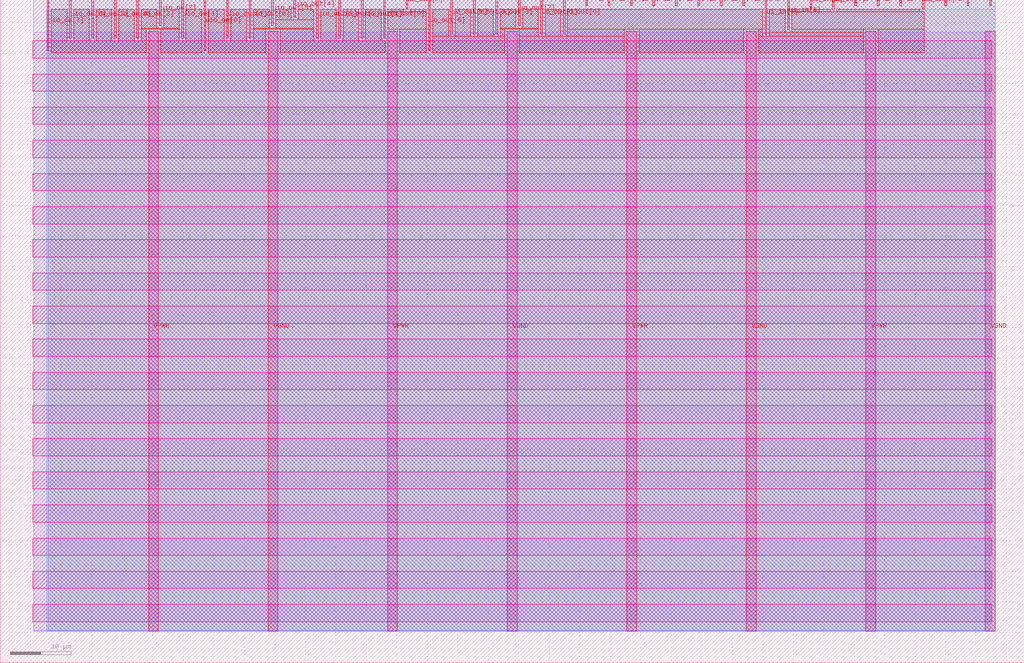
<source format=lef>
VERSION 5.7 ;
  NOWIREEXTENSIONATPIN ON ;
  DIVIDERCHAR "/" ;
  BUSBITCHARS "[]" ;
MACRO tt_um_loopback
  CLASS BLOCK ;
  FOREIGN tt_um_loopback ;
  ORIGIN 0.000 0.000 ;
  SIZE 167.900 BY 108.800 ;
  PIN VGND
    DIRECTION INOUT ;
    USE GROUND ;
    PORT
      LAYER met4 ;
        RECT 43.930 5.200 45.530 103.600 ;
    END
    PORT
      LAYER met4 ;
        RECT 83.140 5.200 84.740 103.600 ;
    END
    PORT
      LAYER met4 ;
        RECT 122.350 5.200 123.950 103.600 ;
    END
    PORT
      LAYER met4 ;
        RECT 161.560 5.200 163.160 103.600 ;
    END
  END VGND
  PIN VPWR
    DIRECTION INOUT ;
    USE POWER ;
    PORT
      LAYER met4 ;
        RECT 24.325 5.200 25.925 103.600 ;
    END
    PORT
      LAYER met4 ;
        RECT 63.535 5.200 65.135 103.600 ;
    END
    PORT
      LAYER met4 ;
        RECT 102.745 5.200 104.345 103.600 ;
    END
    PORT
      LAYER met4 ;
        RECT 141.955 5.200 143.555 103.600 ;
    END
  END VPWR
  PIN clk
    DIRECTION INPUT ;
    USE SIGNAL ;
    PORT
      LAYER met4 ;
        RECT 158.550 107.800 158.850 108.800 ;
    END
  END clk
  PIN ena
    DIRECTION INPUT ;
    USE SIGNAL ;
    PORT
      LAYER met4 ;
        RECT 162.230 107.800 162.530 108.800 ;
    END
  END ena
  PIN rst_n
    DIRECTION INPUT ;
    USE SIGNAL ;
    PORT
      LAYER met4 ;
        RECT 154.870 107.800 155.170 108.800 ;
    END
  END rst_n
  PIN ui_in[0]
    DIRECTION INPUT ;
    USE SIGNAL ;
    PORT
      LAYER met4 ;
        RECT 151.190 107.260 151.490 108.800 ;
    END
  END ui_in[0]
  PIN ui_in[1]
    DIRECTION INPUT ;
    USE SIGNAL ;
    PORT
      LAYER met4 ;
        RECT 147.510 107.800 147.810 108.800 ;
    END
  END ui_in[1]
  PIN ui_in[2]
    DIRECTION INPUT ;
    USE SIGNAL ;
    PORT
      LAYER met4 ;
        RECT 143.830 107.800 144.130 108.800 ;
    END
  END ui_in[2]
  PIN ui_in[3]
    DIRECTION INPUT ;
    USE SIGNAL ;
    PORT
      LAYER met4 ;
        RECT 140.150 107.800 140.450 108.800 ;
    END
  END ui_in[3]
  PIN ui_in[4]
    DIRECTION INPUT ;
    USE SIGNAL ;
    PORT
      LAYER met4 ;
        RECT 136.470 107.260 136.770 108.800 ;
    END
  END ui_in[4]
  PIN ui_in[5]
    DIRECTION INPUT ;
    USE SIGNAL ;
    PORT
      LAYER met4 ;
        RECT 132.790 107.260 133.090 108.800 ;
    END
  END ui_in[5]
  PIN ui_in[6]
    DIRECTION INPUT ;
    USE SIGNAL ;
    PORT
      LAYER met4 ;
        RECT 129.110 103.860 129.410 108.800 ;
    END
  END ui_in[6]
  PIN ui_in[7]
    DIRECTION INPUT ;
    USE SIGNAL ;
    PORT
      LAYER met4 ;
        RECT 125.430 103.180 125.730 108.800 ;
    END
  END ui_in[7]
  PIN uio_in[0]
    DIRECTION INPUT ;
    USE SIGNAL ;
    PORT
      LAYER met4 ;
        RECT 121.750 107.800 122.050 108.800 ;
    END
  END uio_in[0]
  PIN uio_in[1]
    DIRECTION INPUT ;
    USE SIGNAL ;
    PORT
      LAYER met4 ;
        RECT 118.070 107.800 118.370 108.800 ;
    END
  END uio_in[1]
  PIN uio_in[2]
    DIRECTION INPUT ;
    USE SIGNAL ;
    PORT
      LAYER met4 ;
        RECT 114.390 107.800 114.690 108.800 ;
    END
  END uio_in[2]
  PIN uio_in[3]
    DIRECTION INPUT ;
    USE SIGNAL ;
    PORT
      LAYER met4 ;
        RECT 110.710 107.800 111.010 108.800 ;
    END
  END uio_in[3]
  PIN uio_in[4]
    DIRECTION INPUT ;
    USE SIGNAL ;
    PORT
      LAYER met4 ;
        RECT 107.030 107.800 107.330 108.800 ;
    END
  END uio_in[4]
  PIN uio_in[5]
    DIRECTION INPUT ;
    USE SIGNAL ;
    PORT
      LAYER met4 ;
        RECT 103.350 107.800 103.650 108.800 ;
    END
  END uio_in[5]
  PIN uio_in[6]
    DIRECTION INPUT ;
    USE SIGNAL ;
    PORT
      LAYER met4 ;
        RECT 99.670 107.800 99.970 108.800 ;
    END
  END uio_in[6]
  PIN uio_in[7]
    DIRECTION INPUT ;
    USE SIGNAL ;
    PORT
      LAYER met4 ;
        RECT 95.990 107.800 96.290 108.800 ;
    END
  END uio_in[7]
  PIN uio_oe[0]
    DIRECTION OUTPUT TRISTATE ;
    USE SIGNAL ;
    PORT
      LAYER met4 ;
        RECT 33.430 100.460 33.730 108.800 ;
    END
  END uio_oe[0]
  PIN uio_oe[1]
    DIRECTION OUTPUT TRISTATE ;
    USE SIGNAL ;
    PORT
      LAYER met4 ;
        RECT 29.750 102.500 30.050 108.800 ;
    END
  END uio_oe[1]
  PIN uio_oe[2]
    DIRECTION OUTPUT TRISTATE ;
    USE SIGNAL ;
    PORT
      LAYER met4 ;
        RECT 26.070 104.540 26.370 108.800 ;
    END
  END uio_oe[2]
  PIN uio_oe[3]
    DIRECTION OUTPUT TRISTATE ;
    USE SIGNAL ;
    PORT
      LAYER met4 ;
        RECT 22.390 102.500 22.690 108.800 ;
    END
  END uio_oe[3]
  PIN uio_oe[4]
    DIRECTION OUTPUT TRISTATE ;
    USE SIGNAL ;
    PORT
      LAYER met4 ;
        RECT 18.710 102.500 19.010 108.800 ;
    END
  END uio_oe[4]
  PIN uio_oe[5]
    DIRECTION OUTPUT TRISTATE ;
    USE SIGNAL ;
    PORT
      LAYER met4 ;
        RECT 15.030 102.500 15.330 108.800 ;
    END
  END uio_oe[5]
  PIN uio_oe[6]
    DIRECTION OUTPUT TRISTATE ;
    USE SIGNAL ;
    PORT
      LAYER met4 ;
        RECT 11.350 102.500 11.650 108.800 ;
    END
  END uio_oe[6]
  PIN uio_oe[7]
    DIRECTION OUTPUT TRISTATE ;
    USE SIGNAL ;
    PORT
      LAYER met4 ;
        RECT 7.670 100.460 7.970 108.800 ;
    END
  END uio_oe[7]
  PIN uio_out[0]
    DIRECTION OUTPUT TRISTATE ;
    USE SIGNAL ;
    PORT
      LAYER met4 ;
        RECT 62.870 102.500 63.170 108.800 ;
    END
  END uio_out[0]
  PIN uio_out[1]
    DIRECTION OUTPUT TRISTATE ;
    USE SIGNAL ;
    PORT
      LAYER met4 ;
        RECT 59.190 102.500 59.490 108.800 ;
    END
  END uio_out[1]
  PIN uio_out[2]
    DIRECTION OUTPUT TRISTATE ;
    USE SIGNAL ;
    PORT
      LAYER met4 ;
        RECT 55.510 102.500 55.810 108.800 ;
    END
  END uio_out[2]
  PIN uio_out[3]
    DIRECTION OUTPUT TRISTATE ;
    USE SIGNAL ;
    PORT
      LAYER met4 ;
        RECT 51.830 102.500 52.130 108.800 ;
    END
  END uio_out[3]
  PIN uio_out[4]
    DIRECTION OUTPUT TRISTATE ;
    USE SIGNAL ;
    PORT
      LAYER met4 ;
        RECT 48.150 105.900 48.450 108.800 ;
    END
  END uio_out[4]
  PIN uio_out[5]
    DIRECTION OUTPUT TRISTATE ;
    USE SIGNAL ;
    PORT
      LAYER met4 ;
        RECT 44.470 104.540 44.770 108.800 ;
    END
  END uio_out[5]
  PIN uio_out[6]
    DIRECTION OUTPUT TRISTATE ;
    USE SIGNAL ;
    PORT
      LAYER met4 ;
        RECT 40.790 102.500 41.090 108.800 ;
    END
  END uio_out[6]
  PIN uio_out[7]
    DIRECTION OUTPUT TRISTATE ;
    USE SIGNAL ;
    PORT
      LAYER met4 ;
        RECT 37.110 102.500 37.410 108.800 ;
    END
  END uio_out[7]
  PIN uo_out[0]
    DIRECTION OUTPUT TRISTATE ;
    USE SIGNAL ;
    PORT
      LAYER met4 ;
        RECT 92.310 103.180 92.610 108.800 ;
    END
  END uo_out[0]
  PIN uo_out[1]
    DIRECTION OUTPUT TRISTATE ;
    USE SIGNAL ;
    PORT
      LAYER met4 ;
        RECT 88.630 103.180 88.930 108.800 ;
    END
  END uo_out[1]
  PIN uo_out[2]
    DIRECTION OUTPUT TRISTATE ;
    USE SIGNAL ;
    PORT
      LAYER met4 ;
        RECT 84.950 104.540 85.250 108.800 ;
    END
  END uo_out[2]
  PIN uo_out[3]
    DIRECTION OUTPUT TRISTATE ;
    USE SIGNAL ;
    PORT
      LAYER met4 ;
        RECT 81.270 103.180 81.570 108.800 ;
    END
  END uo_out[3]
  PIN uo_out[4]
    DIRECTION OUTPUT TRISTATE ;
    USE SIGNAL ;
    PORT
      LAYER met4 ;
        RECT 77.590 103.180 77.890 108.800 ;
    END
  END uo_out[4]
  PIN uo_out[5]
    DIRECTION OUTPUT TRISTATE ;
    USE SIGNAL ;
    PORT
      LAYER met4 ;
        RECT 73.910 103.180 74.210 108.800 ;
    END
  END uo_out[5]
  PIN uo_out[6]
    DIRECTION OUTPUT TRISTATE ;
    USE SIGNAL ;
    PORT
      LAYER met4 ;
        RECT 70.230 100.460 70.530 108.800 ;
    END
  END uo_out[6]
  PIN uo_out[7]
    DIRECTION OUTPUT TRISTATE ;
    USE SIGNAL ;
    PORT
      LAYER met4 ;
        RECT 66.550 107.260 66.850 108.800 ;
    END
  END uo_out[7]
  OBS
      LAYER nwell ;
        RECT 5.330 99.225 162.570 102.055 ;
        RECT 5.330 93.785 162.570 96.615 ;
        RECT 5.330 88.345 162.570 91.175 ;
        RECT 5.330 82.905 162.570 85.735 ;
        RECT 5.330 77.465 162.570 80.295 ;
        RECT 5.330 72.025 162.570 74.855 ;
        RECT 5.330 66.585 162.570 69.415 ;
        RECT 5.330 61.145 162.570 63.975 ;
        RECT 5.330 55.705 162.570 58.535 ;
        RECT 5.330 50.265 162.570 53.095 ;
        RECT 5.330 44.825 162.570 47.655 ;
        RECT 5.330 39.385 162.570 42.215 ;
        RECT 5.330 33.945 162.570 36.775 ;
        RECT 5.330 28.505 162.570 31.335 ;
        RECT 5.330 23.065 162.570 25.895 ;
        RECT 5.330 17.625 162.570 20.455 ;
        RECT 5.330 12.185 162.570 15.015 ;
        RECT 5.330 6.745 162.570 9.575 ;
      LAYER li1 ;
        RECT 5.520 5.355 162.380 103.445 ;
      LAYER met1 ;
        RECT 5.520 5.200 163.160 108.760 ;
      LAYER met2 ;
        RECT 7.910 5.255 163.130 108.790 ;
      LAYER met3 ;
        RECT 7.630 5.275 163.150 107.265 ;
      LAYER met4 ;
        RECT 8.370 102.100 10.950 107.265 ;
        RECT 12.050 102.100 14.630 107.265 ;
        RECT 15.730 102.100 18.310 107.265 ;
        RECT 19.410 102.100 21.990 107.265 ;
        RECT 23.090 104.140 25.670 107.265 ;
        RECT 26.770 104.140 29.350 107.265 ;
        RECT 23.090 104.000 29.350 104.140 ;
        RECT 23.090 102.100 23.925 104.000 ;
        RECT 8.370 100.135 23.925 102.100 ;
        RECT 26.325 102.100 29.350 104.000 ;
        RECT 30.450 102.100 33.030 107.265 ;
        RECT 26.325 100.135 33.030 102.100 ;
        RECT 34.130 102.100 36.710 107.265 ;
        RECT 37.810 102.100 40.390 107.265 ;
        RECT 41.490 104.140 44.070 107.265 ;
        RECT 45.170 105.500 47.750 107.265 ;
        RECT 48.850 105.500 51.430 107.265 ;
        RECT 45.170 104.140 51.430 105.500 ;
        RECT 41.490 104.000 51.430 104.140 ;
        RECT 41.490 102.100 43.530 104.000 ;
        RECT 34.130 100.135 43.530 102.100 ;
        RECT 45.930 102.100 51.430 104.000 ;
        RECT 52.530 102.100 55.110 107.265 ;
        RECT 56.210 102.100 58.790 107.265 ;
        RECT 59.890 102.100 62.470 107.265 ;
        RECT 63.570 106.860 66.150 107.265 ;
        RECT 67.250 106.860 69.830 107.265 ;
        RECT 63.570 104.000 69.830 106.860 ;
        RECT 45.930 100.135 63.135 102.100 ;
        RECT 65.535 100.135 69.830 104.000 ;
        RECT 70.930 102.780 73.510 107.265 ;
        RECT 74.610 102.780 77.190 107.265 ;
        RECT 78.290 102.780 80.870 107.265 ;
        RECT 81.970 104.140 84.550 107.265 ;
        RECT 85.650 104.140 88.230 107.265 ;
        RECT 81.970 104.000 88.230 104.140 ;
        RECT 81.970 102.780 82.740 104.000 ;
        RECT 70.930 100.135 82.740 102.780 ;
        RECT 85.140 102.780 88.230 104.000 ;
        RECT 89.330 102.780 91.910 107.265 ;
        RECT 93.010 104.000 125.030 107.265 ;
        RECT 93.010 102.780 102.345 104.000 ;
        RECT 85.140 100.135 102.345 102.780 ;
        RECT 104.745 100.135 121.950 104.000 ;
        RECT 124.350 102.780 125.030 104.000 ;
        RECT 126.130 103.460 128.710 107.265 ;
        RECT 129.810 106.860 132.390 107.265 ;
        RECT 133.490 106.860 136.070 107.265 ;
        RECT 137.170 106.860 150.790 107.265 ;
        RECT 129.810 104.000 151.505 106.860 ;
        RECT 129.810 103.460 141.555 104.000 ;
        RECT 126.130 102.780 141.555 103.460 ;
        RECT 124.350 100.135 141.555 102.780 ;
        RECT 143.955 100.135 151.505 104.000 ;
  END
END tt_um_loopback
END LIBRARY


</source>
